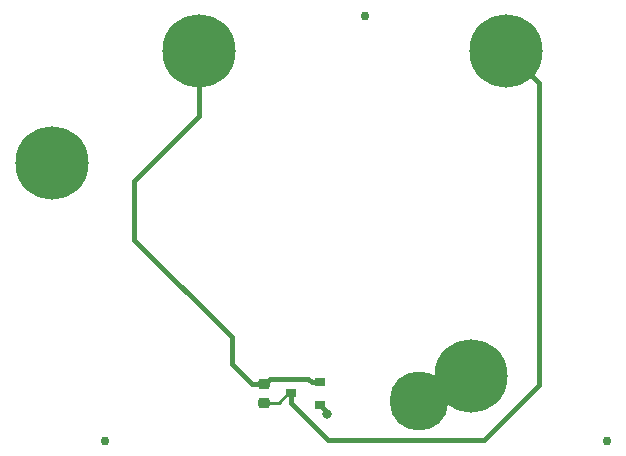
<source format=gbr>
G04 #@! TF.GenerationSoftware,KiCad,Pcbnew,8.0.8+dfsg-1*
G04 #@! TF.CreationDate,2025-03-16T16:56:24-04:00*
G04 #@! TF.ProjectId,RUST_Dialboard,52555354-5f44-4696-916c-626f6172642e,rev?*
G04 #@! TF.SameCoordinates,Original*
G04 #@! TF.FileFunction,Copper,L2,Bot*
G04 #@! TF.FilePolarity,Positive*
%FSLAX46Y46*%
G04 Gerber Fmt 4.6, Leading zero omitted, Abs format (unit mm)*
G04 Created by KiCad (PCBNEW 8.0.8+dfsg-1) date 2025-03-16 16:56:24*
%MOMM*%
%LPD*%
G01*
G04 APERTURE LIST*
G04 Aperture macros list*
%AMRoundRect*
0 Rectangle with rounded corners*
0 $1 Rounding radius*
0 $2 $3 $4 $5 $6 $7 $8 $9 X,Y pos of 4 corners*
0 Add a 4 corners polygon primitive as box body*
4,1,4,$2,$3,$4,$5,$6,$7,$8,$9,$2,$3,0*
0 Add four circle primitives for the rounded corners*
1,1,$1+$1,$2,$3*
1,1,$1+$1,$4,$5*
1,1,$1+$1,$6,$7*
1,1,$1+$1,$8,$9*
0 Add four rect primitives between the rounded corners*
20,1,$1+$1,$2,$3,$4,$5,0*
20,1,$1+$1,$4,$5,$6,$7,0*
20,1,$1+$1,$6,$7,$8,$9,0*
20,1,$1+$1,$8,$9,$2,$3,0*%
G04 Aperture macros list end*
G04 #@! TA.AperFunction,ComponentPad*
%ADD10C,6.200000*%
G04 #@! TD*
G04 #@! TA.AperFunction,ComponentPad*
%ADD11C,5.000000*%
G04 #@! TD*
G04 #@! TA.AperFunction,SMDPad,CuDef*
%ADD12C,0.750000*%
G04 #@! TD*
G04 #@! TA.AperFunction,SMDPad,CuDef*
%ADD13RoundRect,0.225000X-0.250000X0.225000X-0.250000X-0.225000X0.250000X-0.225000X0.250000X0.225000X0*%
G04 #@! TD*
G04 #@! TA.AperFunction,SMDPad,CuDef*
%ADD14R,0.900000X0.800000*%
G04 #@! TD*
G04 #@! TA.AperFunction,ViaPad*
%ADD15C,0.800000*%
G04 #@! TD*
G04 #@! TA.AperFunction,Conductor*
%ADD16C,0.400000*%
G04 #@! TD*
G04 #@! TA.AperFunction,Conductor*
%ADD17C,0.250000*%
G04 #@! TD*
G04 APERTURE END LIST*
D10*
G04 #@! TO.P,H2,1,1*
G04 #@! TO.N,/HALL_OUT*
X118292000Y-81180000D03*
G04 #@! TD*
G04 #@! TO.P,H1,1,1*
G04 #@! TO.N,/Vdd*
X130792000Y-71680000D03*
G04 #@! TD*
G04 #@! TO.P,H3,1,1*
G04 #@! TO.N,/HALL_OUT*
X153792000Y-99180000D03*
G04 #@! TD*
G04 #@! TO.P,H5,1,1*
G04 #@! TO.N,/GND*
X156792000Y-71680000D03*
G04 #@! TD*
D11*
G04 #@! TO.P,H4,1*
G04 #@! TO.N,N/C*
X149392000Y-101280000D03*
G04 #@! TD*
D12*
G04 #@! TO.P,FID3,*
G04 #@! TO.N,*
X144792000Y-68680000D03*
G04 #@! TD*
G04 #@! TO.P,FID1,*
G04 #@! TO.N,*
X122792000Y-104680000D03*
G04 #@! TD*
G04 #@! TO.P,FID2,*
G04 #@! TO.N,*
X165292000Y-104680000D03*
G04 #@! TD*
D13*
G04 #@! TO.P,C1,1*
G04 #@! TO.N,/Vdd*
X136292000Y-99905000D03*
G04 #@! TO.P,C1,2*
G04 #@! TO.N,/GND*
X136292000Y-101455000D03*
G04 #@! TD*
D14*
G04 #@! TO.P,U1,1,Vdd*
G04 #@! TO.N,/Vdd*
X140992000Y-99730000D03*
G04 #@! TO.P,U1,2,GND*
G04 #@! TO.N,/GND*
X138592000Y-100680000D03*
G04 #@! TO.P,U1,3,OUT*
G04 #@! TO.N,/HALL_OUT*
X140992000Y-101630000D03*
G04 #@! TD*
D15*
G04 #@! TO.N,/HALL_OUT*
X141592000Y-102380000D03*
G04 #@! TD*
D16*
G04 #@! TO.N,/Vdd*
X135267000Y-99905000D02*
X133542000Y-98180000D01*
X133542000Y-98180000D02*
X133542000Y-95930000D01*
X130792000Y-77180000D02*
X130792000Y-71680000D01*
X125292000Y-87680000D02*
X125292000Y-82680000D01*
X133542000Y-95930000D02*
X125292000Y-87680000D01*
X140042000Y-99430000D02*
X140342000Y-99730000D01*
X125292000Y-82680000D02*
X130792000Y-77180000D01*
X136767000Y-99430000D02*
X140042000Y-99430000D01*
X136292000Y-99905000D02*
X135267000Y-99905000D01*
X140342000Y-99730000D02*
X140992000Y-99730000D01*
X136292000Y-99905000D02*
X136767000Y-99430000D01*
G04 #@! TO.N,/GND*
X154892000Y-104580000D02*
X141692000Y-104580000D01*
X141692000Y-104580000D02*
X138592000Y-101480000D01*
X159542000Y-99930000D02*
X154892000Y-104580000D01*
D17*
X137517000Y-101455000D02*
X138292000Y-100680000D01*
D16*
X156792000Y-71680000D02*
X159542000Y-74430000D01*
D17*
X136292000Y-101455000D02*
X137517000Y-101455000D01*
D16*
X138592000Y-101480000D02*
X138592000Y-100680000D01*
D17*
X138292000Y-100680000D02*
X138592000Y-100680000D01*
D16*
X159542000Y-74430000D02*
X159542000Y-99930000D01*
G04 #@! TO.N,/HALL_OUT*
X140992000Y-101630000D02*
X141592000Y-102230000D01*
X141592000Y-102230000D02*
X141592000Y-102380000D01*
G04 #@! TD*
M02*

</source>
